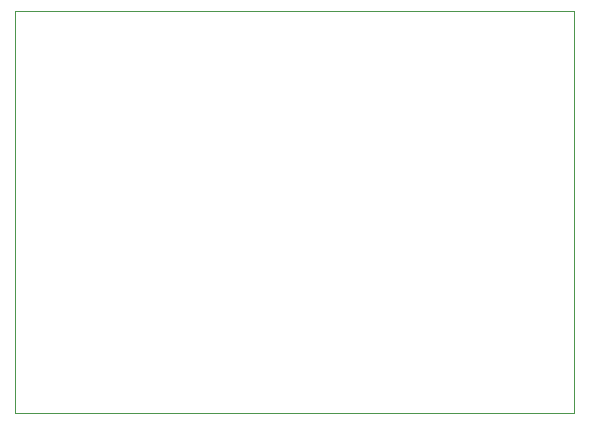
<source format=gm1>
G04 #@! TF.GenerationSoftware,KiCad,Pcbnew,(5.99.0-8228-g6def20e3f7)*
G04 #@! TF.CreationDate,2021-01-08T15:13:13+02:00*
G04 #@! TF.ProjectId,wattbreaker,77617474-6272-4656-916b-65722e6b6963,rev?*
G04 #@! TF.SameCoordinates,Original*
G04 #@! TF.FileFunction,Profile,NP*
%FSLAX46Y46*%
G04 Gerber Fmt 4.6, Leading zero omitted, Abs format (unit mm)*
G04 Created by KiCad (PCBNEW (5.99.0-8228-g6def20e3f7)) date 2021-01-08 15:13:13*
%MOMM*%
%LPD*%
G01*
G04 APERTURE LIST*
G04 #@! TA.AperFunction,Profile*
%ADD10C,0.100000*%
G04 #@! TD*
G04 APERTURE END LIST*
D10*
X85320000Y-50230000D02*
X132720000Y-50230000D01*
X132720000Y-50230000D02*
X132720000Y-84325000D01*
X132720000Y-84325000D02*
X85320000Y-84325000D01*
X85320000Y-84325000D02*
X85320000Y-50230000D01*
M02*

</source>
